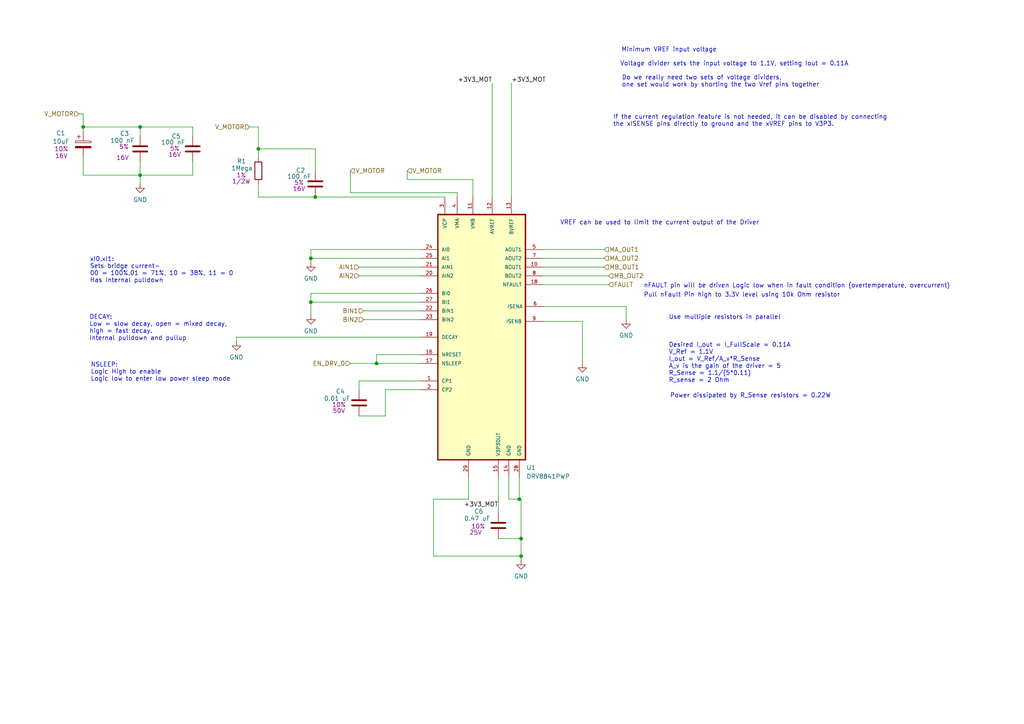
<source format=kicad_sch>
(kicad_sch (version 20230121) (generator eeschema)

  (uuid 86ca7663-3404-41a1-91fb-bebe224da27d)

  (paper "A4")

  (title_block
    (company "Yuri GmbH")
  )

  (lib_symbols
    (symbol "Device:C" (pin_numbers hide) (pin_names (offset 0.254)) (in_bom yes) (on_board yes)
      (property "Reference" "C" (at 0.635 2.54 0)
        (effects (font (size 1.27 1.27)) (justify left))
      )
      (property "Value" "C" (at 0.635 -2.54 0)
        (effects (font (size 1.27 1.27)) (justify left))
      )
      (property "Footprint" "" (at 0.9652 -3.81 0)
        (effects (font (size 1.27 1.27)) hide)
      )
      (property "Datasheet" "~" (at 0 0 0)
        (effects (font (size 1.27 1.27)) hide)
      )
      (property "ki_keywords" "cap capacitor" (at 0 0 0)
        (effects (font (size 1.27 1.27)) hide)
      )
      (property "ki_description" "Unpolarized capacitor" (at 0 0 0)
        (effects (font (size 1.27 1.27)) hide)
      )
      (property "ki_fp_filters" "C_*" (at 0 0 0)
        (effects (font (size 1.27 1.27)) hide)
      )
      (symbol "C_0_1"
        (polyline
          (pts
            (xy -2.032 -0.762)
            (xy 2.032 -0.762)
          )
          (stroke (width 0.508) (type default))
          (fill (type none))
        )
        (polyline
          (pts
            (xy -2.032 0.762)
            (xy 2.032 0.762)
          )
          (stroke (width 0.508) (type default))
          (fill (type none))
        )
      )
      (symbol "C_1_1"
        (pin passive line (at 0 3.81 270) (length 2.794)
          (name "~" (effects (font (size 1.27 1.27))))
          (number "1" (effects (font (size 1.27 1.27))))
        )
        (pin passive line (at 0 -3.81 90) (length 2.794)
          (name "~" (effects (font (size 1.27 1.27))))
          (number "2" (effects (font (size 1.27 1.27))))
        )
      )
    )
    (symbol "Device:C_Polarized" (pin_numbers hide) (pin_names (offset 0.254)) (in_bom yes) (on_board yes)
      (property "Reference" "C" (at 0.635 2.54 0)
        (effects (font (size 1.27 1.27)) (justify left))
      )
      (property "Value" "C_Polarized" (at 0.635 -2.54 0)
        (effects (font (size 1.27 1.27)) (justify left))
      )
      (property "Footprint" "" (at 0.9652 -3.81 0)
        (effects (font (size 1.27 1.27)) hide)
      )
      (property "Datasheet" "~" (at 0 0 0)
        (effects (font (size 1.27 1.27)) hide)
      )
      (property "ki_keywords" "cap capacitor" (at 0 0 0)
        (effects (font (size 1.27 1.27)) hide)
      )
      (property "ki_description" "Polarized capacitor" (at 0 0 0)
        (effects (font (size 1.27 1.27)) hide)
      )
      (property "ki_fp_filters" "CP_*" (at 0 0 0)
        (effects (font (size 1.27 1.27)) hide)
      )
      (symbol "C_Polarized_0_1"
        (rectangle (start -2.286 0.508) (end 2.286 1.016)
          (stroke (width 0) (type default))
          (fill (type none))
        )
        (polyline
          (pts
            (xy -1.778 2.286)
            (xy -0.762 2.286)
          )
          (stroke (width 0) (type default))
          (fill (type none))
        )
        (polyline
          (pts
            (xy -1.27 2.794)
            (xy -1.27 1.778)
          )
          (stroke (width 0) (type default))
          (fill (type none))
        )
        (rectangle (start 2.286 -0.508) (end -2.286 -1.016)
          (stroke (width 0) (type default))
          (fill (type outline))
        )
      )
      (symbol "C_Polarized_1_1"
        (pin passive line (at 0 3.81 270) (length 2.794)
          (name "~" (effects (font (size 1.27 1.27))))
          (number "1" (effects (font (size 1.27 1.27))))
        )
        (pin passive line (at 0 -3.81 90) (length 2.794)
          (name "~" (effects (font (size 1.27 1.27))))
          (number "2" (effects (font (size 1.27 1.27))))
        )
      )
    )
    (symbol "Device:R" (pin_numbers hide) (pin_names (offset 0)) (in_bom yes) (on_board yes)
      (property "Reference" "R" (at 2.032 0 90)
        (effects (font (size 1.27 1.27)))
      )
      (property "Value" "R" (at 0 0 90)
        (effects (font (size 1.27 1.27)))
      )
      (property "Footprint" "" (at -1.778 0 90)
        (effects (font (size 1.27 1.27)) hide)
      )
      (property "Datasheet" "~" (at 0 0 0)
        (effects (font (size 1.27 1.27)) hide)
      )
      (property "ki_keywords" "R res resistor" (at 0 0 0)
        (effects (font (size 1.27 1.27)) hide)
      )
      (property "ki_description" "Resistor" (at 0 0 0)
        (effects (font (size 1.27 1.27)) hide)
      )
      (property "ki_fp_filters" "R_*" (at 0 0 0)
        (effects (font (size 1.27 1.27)) hide)
      )
      (symbol "R_0_1"
        (rectangle (start -1.016 -2.54) (end 1.016 2.54)
          (stroke (width 0.254) (type default))
          (fill (type none))
        )
      )
      (symbol "R_1_1"
        (pin passive line (at 0 3.81 270) (length 1.27)
          (name "~" (effects (font (size 1.27 1.27))))
          (number "1" (effects (font (size 1.27 1.27))))
        )
        (pin passive line (at 0 -3.81 90) (length 1.27)
          (name "~" (effects (font (size 1.27 1.27))))
          (number "2" (effects (font (size 1.27 1.27))))
        )
      )
    )
    (symbol "Yuri:DRV8841PWP" (pin_names (offset 1.016)) (in_bom yes) (on_board yes)
      (property "Reference" "U1" (at 12.9414 -37.846 0)
        (effects (font (size 1.27 1.27)) (justify left))
      )
      (property "Value" "DRV8841PWP" (at 12.9414 -40.386 0)
        (effects (font (size 1.27 1.27)) (justify left))
      )
      (property "Footprint" "Yuri:DRV8841PWP" (at 0 0 0)
        (effects (font (size 1.27 1.27)) (justify bottom) hide)
      )
      (property "Datasheet" "" (at 0 0 0)
        (effects (font (size 1.27 1.27)) hide)
      )
      (symbol "DRV8841PWP_0_0"
        (rectangle (start -12.7 -35.56) (end 12.7 35.56)
          (stroke (width 0.41) (type default))
          (fill (type background))
        )
        (pin bidirectional line (at -17.78 -12.7 0) (length 5.08)
          (name "CP1" (effects (font (size 1.016 1.016))))
          (number "1" (effects (font (size 1.016 1.016))))
        )
        (pin output line (at 17.78 20.32 180) (length 5.08)
          (name "BOUT1" (effects (font (size 1.016 1.016))))
          (number "10" (effects (font (size 1.016 1.016))))
        )
        (pin power_in line (at -2.54 40.64 270) (length 5.08)
          (name "VMB" (effects (font (size 1.016 1.016))))
          (number "11" (effects (font (size 1.016 1.016))))
        )
        (pin input line (at 3.048 40.64 270) (length 5.08)
          (name "AVREF" (effects (font (size 1.016 1.016))))
          (number "12" (effects (font (size 1.016 1.016))))
        )
        (pin input line (at 8.636 40.64 270) (length 5.08)
          (name "BVREF" (effects (font (size 1.016 1.016))))
          (number "13" (effects (font (size 1.016 1.016))))
        )
        (pin output line (at 4.826 -40.64 90) (length 5.08)
          (name "V3P3OUT" (effects (font (size 1.016 1.016))))
          (number "15" (effects (font (size 1.016 1.016))))
        )
        (pin input line (at -17.78 -5.08 0) (length 5.08)
          (name "NRESET" (effects (font (size 1.016 1.016))))
          (number "16" (effects (font (size 1.016 1.016))))
        )
        (pin input line (at -17.78 -7.62 0) (length 5.08)
          (name "NSLEEP" (effects (font (size 1.016 1.016))))
          (number "17" (effects (font (size 1.016 1.016))))
        )
        (pin output line (at 17.78 15.24 180) (length 5.08)
          (name "NFAULT" (effects (font (size 1.016 1.016))))
          (number "18" (effects (font (size 1.016 1.016))))
        )
        (pin input line (at -17.78 0 0) (length 5.08)
          (name "DECAY" (effects (font (size 1.016 1.016))))
          (number "19" (effects (font (size 1.016 1.016))))
        )
        (pin bidirectional line (at -17.78 -15.24 0) (length 5.08)
          (name "CP2" (effects (font (size 1.016 1.016))))
          (number "2" (effects (font (size 1.016 1.016))))
        )
        (pin input line (at -17.78 17.78 0) (length 5.08)
          (name "AIN2" (effects (font (size 1.016 1.016))))
          (number "20" (effects (font (size 1.016 1.016))))
        )
        (pin input line (at -17.78 20.32 0) (length 5.08)
          (name "AIN1" (effects (font (size 1.016 1.016))))
          (number "21" (effects (font (size 1.016 1.016))))
        )
        (pin input line (at -17.78 7.62 0) (length 5.08)
          (name "BIN1" (effects (font (size 1.016 1.016))))
          (number "22" (effects (font (size 1.016 1.016))))
        )
        (pin input line (at -17.78 5.08 0) (length 5.08)
          (name "BIN2" (effects (font (size 1.016 1.016))))
          (number "23" (effects (font (size 1.016 1.016))))
        )
        (pin input line (at -17.78 25.4 0) (length 5.08)
          (name "AI0" (effects (font (size 1.016 1.016))))
          (number "24" (effects (font (size 1.016 1.016))))
        )
        (pin input line (at -17.78 22.86 0) (length 5.08)
          (name "AI1" (effects (font (size 1.016 1.016))))
          (number "25" (effects (font (size 1.016 1.016))))
        )
        (pin input line (at -17.78 12.7 0) (length 5.08)
          (name "BI0" (effects (font (size 1.016 1.016))))
          (number "26" (effects (font (size 1.016 1.016))))
        )
        (pin input line (at -17.78 10.16 0) (length 5.08)
          (name "BI1" (effects (font (size 1.016 1.016))))
          (number "27" (effects (font (size 1.016 1.016))))
        )
        (pin bidirectional line (at -10.668 40.64 270) (length 5.08)
          (name "VCP" (effects (font (size 1.016 1.016))))
          (number "3" (effects (font (size 1.016 1.016))))
        )
        (pin power_in line (at -7.112 40.64 270) (length 5.08)
          (name "VMA" (effects (font (size 1.016 1.016))))
          (number "4" (effects (font (size 1.016 1.016))))
        )
        (pin output line (at 17.78 25.4 180) (length 5.08)
          (name "AOUT1" (effects (font (size 1.016 1.016))))
          (number "5" (effects (font (size 1.016 1.016))))
        )
        (pin bidirectional line (at 18.034 8.89 180) (length 5.08)
          (name "ISENA" (effects (font (size 1.016 1.016))))
          (number "6" (effects (font (size 1.016 1.016))))
        )
        (pin output line (at 17.78 22.86 180) (length 5.08)
          (name "AOUT2" (effects (font (size 1.016 1.016))))
          (number "7" (effects (font (size 1.016 1.016))))
        )
        (pin output line (at 17.78 17.78 180) (length 5.08)
          (name "BOUT2" (effects (font (size 1.016 1.016))))
          (number "8" (effects (font (size 1.016 1.016))))
        )
        (pin input line (at 17.78 4.572 180) (length 5.08)
          (name "ISENB" (effects (font (size 1.016 1.016))))
          (number "9" (effects (font (size 1.016 1.016))))
        )
      )
      (symbol "DRV8841PWP_1_0"
        (pin passive line (at 7.874 -40.64 90) (length 5.08)
          (name "GND" (effects (font (size 1.016 1.016))))
          (number "14" (effects (font (size 1.016 1.016))))
        )
        (pin passive line (at 10.922 -40.64 90) (length 5.08)
          (name "GND" (effects (font (size 1.016 1.016))))
          (number "28" (effects (font (size 1.016 1.016))))
        )
        (pin passive line (at -3.81 -40.64 90) (length 5.08)
          (name "GND" (effects (font (size 1.016 1.016))))
          (number "29" (effects (font (size 1.016 1.016))))
        )
      )
    )
    (symbol "power:GND" (power) (pin_names (offset 0)) (in_bom yes) (on_board yes)
      (property "Reference" "#PWR" (at 0 -6.35 0)
        (effects (font (size 1.27 1.27)) hide)
      )
      (property "Value" "GND" (at 0 -3.81 0)
        (effects (font (size 1.27 1.27)))
      )
      (property "Footprint" "" (at 0 0 0)
        (effects (font (size 1.27 1.27)) hide)
      )
      (property "Datasheet" "" (at 0 0 0)
        (effects (font (size 1.27 1.27)) hide)
      )
      (property "ki_keywords" "global power" (at 0 0 0)
        (effects (font (size 1.27 1.27)) hide)
      )
      (property "ki_description" "Power symbol creates a global label with name \"GND\" , ground" (at 0 0 0)
        (effects (font (size 1.27 1.27)) hide)
      )
      (symbol "GND_0_1"
        (polyline
          (pts
            (xy 0 0)
            (xy 0 -1.27)
            (xy 1.27 -1.27)
            (xy 0 -2.54)
            (xy -1.27 -1.27)
            (xy 0 -1.27)
          )
          (stroke (width 0) (type default))
          (fill (type none))
        )
      )
      (symbol "GND_1_1"
        (pin power_in line (at 0 0 270) (length 0) hide
          (name "GND" (effects (font (size 1.27 1.27))))
          (number "1" (effects (font (size 1.27 1.27))))
        )
      )
    )
  )

  (junction (at 24.13 36.83) (diameter 0) (color 0 0 0 0)
    (uuid 133d5ab2-4372-4d42-90ed-6b6a1d4478d8)
  )
  (junction (at 90.17 87.63) (diameter 0) (color 0 0 0 0)
    (uuid 1ba3062f-a596-450a-a587-38dc7a8fb5b4)
  )
  (junction (at 40.64 50.8) (diameter 0) (color 0 0 0 0)
    (uuid 3724be80-f0fe-4c6e-b5ec-06b93d3c229d)
  )
  (junction (at 151.13 156.21) (diameter 0) (color 0 0 0 0)
    (uuid 3fb7178e-76d8-4e77-a2c8-d6ebb256c1ef)
  )
  (junction (at 90.17 74.93) (diameter 0) (color 0 0 0 0)
    (uuid 86e85fb0-7c96-40f1-a641-8838037678c1)
  )
  (junction (at 40.64 36.83) (diameter 0) (color 0 0 0 0)
    (uuid 94274f98-cecb-4c8a-8f05-599526efcc47)
  )
  (junction (at 109.22 105.41) (diameter 0) (color 0 0 0 0)
    (uuid 9691cf1a-6ad5-452d-ac2b-12286cb57d91)
  )
  (junction (at 150.622 144.78) (diameter 0) (color 0 0 0 0)
    (uuid 9d4dc445-1b57-4339-ace5-8d221188e07c)
  )
  (junction (at 74.93 43.18) (diameter 0) (color 0 0 0 0)
    (uuid a6c1b775-a808-450c-a1fe-0bf24b6c622a)
  )
  (junction (at 91.44 57.15) (diameter 0) (color 0 0 0 0)
    (uuid bdc0fc5b-16c5-4963-a824-64c0b32ae087)
  )
  (junction (at 151.13 161.29) (diameter 0) (color 0 0 0 0)
    (uuid d1fe242c-3141-40de-a37c-084229421f15)
  )

  (wire (pts (xy 104.14 80.01) (xy 121.92 80.01))
    (stroke (width 0) (type default))
    (uuid 018bf2b5-a3c7-49b3-8914-19353b78a5a7)
  )
  (wire (pts (xy 144.526 138.43) (xy 144.526 148.59))
    (stroke (width 0) (type default))
    (uuid 0ab85a58-5cef-42ff-b6b2-d332063b11b7)
  )
  (wire (pts (xy 72.39 36.83) (xy 74.93 36.83))
    (stroke (width 0) (type default))
    (uuid 0b0da7d1-fb7a-47ed-9406-a6a514cb85e8)
  )
  (wire (pts (xy 68.58 97.79) (xy 68.58 99.06))
    (stroke (width 0) (type default))
    (uuid 0c3bec8d-e754-4ed1-818b-9e822372ccc2)
  )
  (wire (pts (xy 104.14 77.47) (xy 121.92 77.47))
    (stroke (width 0) (type default))
    (uuid 0e6efc0c-0acc-45e1-9017-9eadc765ed07)
  )
  (wire (pts (xy 55.88 50.8) (xy 55.88 46.99))
    (stroke (width 0) (type default))
    (uuid 10aaeacb-0427-470e-aa67-fbb402bbe2e2)
  )
  (wire (pts (xy 151.13 144.78) (xy 151.13 156.21))
    (stroke (width 0) (type default))
    (uuid 18405f9c-46a7-495d-baa9-3c6dd8c489d7)
  )
  (wire (pts (xy 135.89 144.78) (xy 125.73 144.78))
    (stroke (width 0) (type default))
    (uuid 18cea65f-958a-4323-aff6-001dcaf4d69b)
  )
  (wire (pts (xy 90.17 91.44) (xy 90.17 87.63))
    (stroke (width 0) (type default))
    (uuid 2341c3ca-7e9f-47f6-9d94-d3defa3ab201)
  )
  (wire (pts (xy 74.93 43.18) (xy 74.93 36.83))
    (stroke (width 0) (type default))
    (uuid 25f57aae-2354-4e6d-998a-cb462f687bf1)
  )
  (wire (pts (xy 111.76 120.65) (xy 104.14 120.65))
    (stroke (width 0) (type default))
    (uuid 266ca302-e5f9-401d-8a92-331584ea0165)
  )
  (wire (pts (xy 147.574 144.78) (xy 150.622 144.78))
    (stroke (width 0) (type default))
    (uuid 2890f19e-077c-4bfe-bcd3-490ae49eece2)
  )
  (wire (pts (xy 132.588 57.15) (xy 132.588 55.88))
    (stroke (width 0) (type default))
    (uuid 297c94ee-7458-4c19-8e54-a4b91c7c0b18)
  )
  (wire (pts (xy 24.13 36.83) (xy 24.13 38.1))
    (stroke (width 0) (type default))
    (uuid 2ac39ccb-5fb2-4d76-84a3-260eede67ac1)
  )
  (wire (pts (xy 105.41 90.17) (xy 121.92 90.17))
    (stroke (width 0) (type default))
    (uuid 2cbce888-8548-4f75-a1b0-c29d0a3970e1)
  )
  (wire (pts (xy 144.526 156.21) (xy 151.13 156.21))
    (stroke (width 0) (type default))
    (uuid 3190ebf7-5ca3-49d9-945c-61bbce6dacdf)
  )
  (wire (pts (xy 104.14 110.49) (xy 121.92 110.49))
    (stroke (width 0) (type default))
    (uuid 392d61ed-94b9-4569-86cd-037ca059e182)
  )
  (wire (pts (xy 91.44 43.18) (xy 74.93 43.18))
    (stroke (width 0) (type default))
    (uuid 3a29e43d-2443-459f-b14f-ceed7a4e4b80)
  )
  (wire (pts (xy 55.88 36.83) (xy 55.88 39.37))
    (stroke (width 0) (type default))
    (uuid 3a75db2d-3cc5-422b-ae3c-215e955ff32f)
  )
  (wire (pts (xy 111.76 113.03) (xy 111.76 120.65))
    (stroke (width 0) (type default))
    (uuid 3ec15603-2e9a-4528-a3a1-a24894fc13de)
  )
  (wire (pts (xy 40.64 50.8) (xy 40.64 53.34))
    (stroke (width 0) (type default))
    (uuid 3ff69c90-3e26-467b-bc84-cd42b0cfebd1)
  )
  (wire (pts (xy 121.92 72.39) (xy 90.17 72.39))
    (stroke (width 0) (type default))
    (uuid 3ff8f85c-8053-4291-976c-e90f48ab33e9)
  )
  (wire (pts (xy 90.17 87.63) (xy 121.92 87.63))
    (stroke (width 0) (type default))
    (uuid 410e6885-9133-4c0d-b5cf-dbd44cd76408)
  )
  (wire (pts (xy 40.64 46.99) (xy 40.64 50.8))
    (stroke (width 0) (type default))
    (uuid 42a35351-43df-44a6-b12f-2c93a34cd642)
  )
  (wire (pts (xy 91.44 57.15) (xy 129.032 57.15))
    (stroke (width 0) (type default))
    (uuid 43840a05-ae76-4dd1-a261-1c58cf4ac418)
  )
  (wire (pts (xy 109.22 102.87) (xy 109.22 105.41))
    (stroke (width 0) (type default))
    (uuid 43d2382a-d2a6-4167-844b-6efda6b9b847)
  )
  (wire (pts (xy 157.48 72.39) (xy 175.26 72.39))
    (stroke (width 0) (type default))
    (uuid 44586deb-395c-4748-ae79-1acf742e9e07)
  )
  (wire (pts (xy 151.13 156.21) (xy 151.13 161.29))
    (stroke (width 0) (type default))
    (uuid 45a9fc5f-a979-47dc-87d4-e2367e59a636)
  )
  (wire (pts (xy 121.92 85.09) (xy 90.17 85.09))
    (stroke (width 0) (type default))
    (uuid 49686707-fc6c-40d2-a4f6-983cc1530179)
  )
  (wire (pts (xy 137.16 52.07) (xy 137.16 57.15))
    (stroke (width 0) (type default))
    (uuid 4f3940af-cf90-4b44-9890-3bc083c4ac24)
  )
  (wire (pts (xy 40.64 50.8) (xy 55.88 50.8))
    (stroke (width 0) (type default))
    (uuid 53a833d9-bc65-45d5-ba7c-785cadc9c528)
  )
  (wire (pts (xy 109.22 105.41) (xy 121.92 105.41))
    (stroke (width 0) (type default))
    (uuid 5469b71d-ff51-4d77-974c-d56ad4782495)
  )
  (wire (pts (xy 22.86 33.02) (xy 24.13 33.02))
    (stroke (width 0) (type default))
    (uuid 54c84f13-f921-4666-bcd3-18f03462d462)
  )
  (wire (pts (xy 104.14 110.49) (xy 104.14 113.03))
    (stroke (width 0) (type default))
    (uuid 5552bd67-aa8e-42f0-a274-324c5a0f336b)
  )
  (wire (pts (xy 118.11 52.07) (xy 137.16 52.07))
    (stroke (width 0) (type default))
    (uuid 56fde2d9-88c7-41a5-ba84-3abcff154340)
  )
  (wire (pts (xy 132.588 55.88) (xy 101.6 55.88))
    (stroke (width 0) (type default))
    (uuid 5762fe06-8f19-46c6-aaa7-ad976b4f622c)
  )
  (wire (pts (xy 24.13 36.83) (xy 40.64 36.83))
    (stroke (width 0) (type default))
    (uuid 57edfe3a-b97b-4c15-9842-0340c8420029)
  )
  (wire (pts (xy 90.17 85.09) (xy 90.17 87.63))
    (stroke (width 0) (type default))
    (uuid 5f24a55a-237f-429a-b666-5c12e12d69d5)
  )
  (wire (pts (xy 142.748 24.13) (xy 142.748 57.15))
    (stroke (width 0) (type default))
    (uuid 605060f2-36db-47de-97c3-32dfcc37893d)
  )
  (wire (pts (xy 24.13 33.02) (xy 24.13 36.83))
    (stroke (width 0) (type default))
    (uuid 69e7b749-e060-4d38-a73c-52112bde7e40)
  )
  (wire (pts (xy 40.64 50.8) (xy 24.13 50.8))
    (stroke (width 0) (type default))
    (uuid 6a7eaaed-bd2e-42d8-b917-bc227de8f86d)
  )
  (wire (pts (xy 150.622 144.78) (xy 151.13 144.78))
    (stroke (width 0) (type default))
    (uuid 6eba30dd-4303-4490-833e-face42249016)
  )
  (wire (pts (xy 150.622 138.43) (xy 150.622 144.78))
    (stroke (width 0) (type default))
    (uuid 6fc02a98-889d-4b8e-b0bc-be8150043846)
  )
  (wire (pts (xy 121.92 113.03) (xy 111.76 113.03))
    (stroke (width 0) (type default))
    (uuid 70ae8e00-8978-45a2-8b33-40ea3583545d)
  )
  (wire (pts (xy 121.92 102.87) (xy 109.22 102.87))
    (stroke (width 0) (type default))
    (uuid 7897046d-5d74-4609-89df-ff84b332ee33)
  )
  (wire (pts (xy 181.61 88.9) (xy 181.61 92.71))
    (stroke (width 0) (type default))
    (uuid 8482cd09-32d5-4dd3-b4e3-308ec54ab3f8)
  )
  (wire (pts (xy 40.64 36.83) (xy 55.88 36.83))
    (stroke (width 0) (type default))
    (uuid 91ada8f2-80b9-48a2-ad12-b8ab99f9afe1)
  )
  (wire (pts (xy 118.11 49.53) (xy 118.11 52.07))
    (stroke (width 0) (type default))
    (uuid 934764e5-d248-459f-afa7-d476527be3d2)
  )
  (wire (pts (xy 121.92 74.93) (xy 90.17 74.93))
    (stroke (width 0) (type default))
    (uuid 9a637f84-aa84-4b60-86fa-b08c86ebf639)
  )
  (wire (pts (xy 135.89 138.43) (xy 135.89 144.78))
    (stroke (width 0) (type default))
    (uuid 9f28ebf5-a2e1-465f-ad01-f54bd89a60be)
  )
  (wire (pts (xy 125.73 161.29) (xy 151.13 161.29))
    (stroke (width 0) (type default))
    (uuid a8bf7be9-8784-4ba9-b3c5-f44fc6bd6292)
  )
  (wire (pts (xy 40.64 36.83) (xy 40.64 39.37))
    (stroke (width 0) (type default))
    (uuid aab7c29e-007b-4df8-b1be-2c15b938fe97)
  )
  (wire (pts (xy 90.17 72.39) (xy 90.17 74.93))
    (stroke (width 0) (type default))
    (uuid ab498118-0103-49e0-8e27-784f2fae3da0)
  )
  (wire (pts (xy 157.48 77.47) (xy 175.26 77.47))
    (stroke (width 0) (type default))
    (uuid ac5d1da5-f703-4078-9f60-fac1d8d09f23)
  )
  (wire (pts (xy 157.48 74.93) (xy 175.26 74.93))
    (stroke (width 0) (type default))
    (uuid b81358ef-9bd2-4ffe-bcf3-18d6f4fa92b3)
  )
  (wire (pts (xy 168.91 93.218) (xy 168.91 105.41))
    (stroke (width 0) (type default))
    (uuid bac6fa2d-6700-48ca-ad05-dde682946e41)
  )
  (wire (pts (xy 157.734 88.9) (xy 181.61 88.9))
    (stroke (width 0) (type default))
    (uuid bc8a28b5-5911-49d8-81fc-0eca95ff6e39)
  )
  (wire (pts (xy 121.92 97.79) (xy 68.58 97.79))
    (stroke (width 0) (type default))
    (uuid be9780b7-d0aa-4526-a7df-654b84cc6747)
  )
  (wire (pts (xy 148.336 24.13) (xy 148.336 57.15))
    (stroke (width 0) (type default))
    (uuid cbac2d3a-84af-43a8-8288-a649832416a7)
  )
  (wire (pts (xy 147.574 138.43) (xy 147.574 144.78))
    (stroke (width 0) (type default))
    (uuid cde7f915-8a2c-44e9-8517-e0baebd36528)
  )
  (wire (pts (xy 91.44 49.53) (xy 91.44 43.18))
    (stroke (width 0) (type default))
    (uuid d0285d82-0402-4349-bc19-b281207eab61)
  )
  (wire (pts (xy 151.13 161.29) (xy 151.13 162.56))
    (stroke (width 0) (type default))
    (uuid d2b5efad-547f-4c19-ab56-5eaef9156e16)
  )
  (wire (pts (xy 157.48 82.55) (xy 176.53 82.55))
    (stroke (width 0) (type default))
    (uuid d9afbbf7-5213-4f32-82e0-4e96a8a6e838)
  )
  (wire (pts (xy 157.48 93.218) (xy 168.91 93.218))
    (stroke (width 0) (type default))
    (uuid db50216e-debd-4842-afa5-e1d9201b5f18)
  )
  (wire (pts (xy 74.93 57.15) (xy 74.93 53.34))
    (stroke (width 0) (type default))
    (uuid dbdc6580-88f1-4fc4-8cf4-0c48c40e1232)
  )
  (wire (pts (xy 157.48 80.01) (xy 176.53 80.01))
    (stroke (width 0) (type default))
    (uuid e087a52e-0cd7-4d73-b3df-a44bc0deafd9)
  )
  (wire (pts (xy 90.17 74.93) (xy 90.17 76.2))
    (stroke (width 0) (type default))
    (uuid e556f4cb-5222-45b4-af1b-e0c1a899d720)
  )
  (wire (pts (xy 91.44 57.15) (xy 74.93 57.15))
    (stroke (width 0) (type default))
    (uuid e58c6530-30bd-42d9-a037-b0b1ff930e95)
  )
  (wire (pts (xy 101.6 49.53) (xy 101.6 55.88))
    (stroke (width 0) (type default))
    (uuid e9e73242-d335-41e2-b538-d84853a34824)
  )
  (wire (pts (xy 74.93 43.18) (xy 74.93 45.72))
    (stroke (width 0) (type default))
    (uuid edcd1b24-453b-461b-bbaa-4b885c1d6841)
  )
  (wire (pts (xy 101.6 105.41) (xy 109.22 105.41))
    (stroke (width 0) (type default))
    (uuid f4f3556c-841f-43fb-ad17-e5ece82b93d0)
  )
  (wire (pts (xy 24.13 45.72) (xy 24.13 50.8))
    (stroke (width 0) (type default))
    (uuid f64518a6-47b1-4621-bbe7-a31953c01940)
  )
  (wire (pts (xy 125.73 144.78) (xy 125.73 161.29))
    (stroke (width 0) (type default))
    (uuid fa2b7681-d028-479d-8b4a-40c0e1a86cd0)
  )
  (wire (pts (xy 105.41 92.71) (xy 121.92 92.71))
    (stroke (width 0) (type default))
    (uuid fd732d9a-392d-4fd8-bc5c-387a0ddfb7c3)
  )

  (text "Do we really need two sets of voltage dividers, \none set would work by shorting the two Vref pins together"
    (at 180.34 25.4 0)
    (effects (font (size 1.27 1.27)) (justify left bottom))
    (uuid 09842658-bf7b-47ab-8416-0d5f4019d446)
  )
  (text "xI0,xI1:\nSets bridge current-\n00 = 100%,01 = 71%, 10 = 38%, 11 = 0\nHas Internal pulldown"
    (at 26.035 82.169 0)
    (effects (font (size 1.27 1.27)) (justify left bottom))
    (uuid 2b1f848b-f239-4f17-a8b0-ade53df1f39e)
  )
  (text "Power dissipated by R_Sense resistors = 0.22W" (at 194.31 115.57 0)
    (effects (font (size 1.27 1.27)) (justify left bottom))
    (uuid 4f5f7cc1-f768-4f78-85ab-c1ef7103e38b)
  )
  (text "Desired I_out = I_FullScale = 0.11A\nV_Ref = 1.1V\nI_out = V_Ref/A_v*R_Sense\nA_v is the gain of the driver = 5\nR_Sense = 1.1/(5*0.11)\nR_sense = 2 Ohm"
    (at 193.929 111.125 0)
    (effects (font (size 1.27 1.27)) (justify left bottom))
    (uuid 558dc116-6d8a-4089-ab22-be614c640f3d)
  )
  (text "If the current regulation feature is not needed, it can be disabled by connecting\nthe xISENSE pins directly to ground and the xVREF pins to V3P3."
    (at 177.8 36.83 0)
    (effects (font (size 1.27 1.27)) (justify left bottom))
    (uuid 87d45f0c-e8c5-4ae4-9c18-815a1f152bff)
  )
  (text "NSLEEP:\nLogic High to enable\nLogic low to enter low power sleep mode\n"
    (at 26.289 110.744 0)
    (effects (font (size 1.27 1.27)) (justify left bottom))
    (uuid 884452cd-126d-4389-b668-29637d650d71)
  )
  (text "Voltage divider sets the input voltage to 1.1V, setting Iout = 0.11A"
    (at 179.832 19.304 0)
    (effects (font (size 1.27 1.27)) (justify left bottom))
    (uuid 952baf65-4289-4474-b970-169b8aaf19ab)
  )
  (text "Use multiple resistors in parallel" (at 193.929 92.837 0)
    (effects (font (size 1.27 1.27)) (justify left bottom))
    (uuid 9fe36dc5-739a-4070-b781-66503fc8bc77)
  )
  (text "DECAY:\nLow = slow decay, open = mixed decay,\nhigh = fast decay.\nInternal pulldown and pullup"
    (at 25.908 98.933 0)
    (effects (font (size 1.27 1.27)) (justify left bottom))
    (uuid b5243d18-4814-47a3-b436-ea8e400e5d1c)
  )
  (text "VREF can be used to limit the current output of the Driver"
    (at 162.433 65.405 0)
    (effects (font (size 1.27 1.27)) (justify left bottom))
    (uuid bf793765-83cf-441b-89bb-82980cfae414)
  )
  (text "nFAULT pin will be driven Logic low when in fault condition (overtemperature, overcurrent)"
    (at 186.69 83.693 0)
    (effects (font (size 1.27 1.27)) (justify left bottom))
    (uuid c5b0bc73-874a-4baa-9d30-85eaad38769d)
  )
  (text "Minimum VREF input voltage" (at 180.213 15.24 0)
    (effects (font (size 1.27 1.27)) (justify left bottom))
    (uuid c89789bf-156c-41e0-830c-7e14902f5cd4)
  )
  (text "Pull nFault Pin high to 3.3V level using 10k Ohm resistor"
    (at 186.69 86.36 0)
    (effects (font (size 1.27 1.27)) (justify left bottom))
    (uuid e0ec14dd-4ee7-4f6e-bc1a-794223d6d9ae)
  )

  (label "+3V3_MOT" (at 148.336 24.13 0) (fields_autoplaced)
    (effects (font (size 1.27 1.27)) (justify left bottom))
    (uuid 44d4b762-291c-4679-96a3-fe8233c72e29)
  )
  (label "+3V3_MOT" (at 144.526 147.32 180) (fields_autoplaced)
    (effects (font (size 1.27 1.27)) (justify right bottom))
    (uuid 5396e80a-5f9e-408b-9951-1994d0e51588)
  )
  (label "+3V3_MOT" (at 142.748 24.13 180) (fields_autoplaced)
    (effects (font (size 1.27 1.27)) (justify right bottom))
    (uuid e49da918-2930-43f6-b74a-57f04d96976b)
  )

  (hierarchical_label "BIN1" (shape input) (at 105.41 90.17 180) (fields_autoplaced)
    (effects (font (size 1.27 1.27)) (justify right))
    (uuid 1910862e-c68b-47b3-b3c5-bcb1ce4dc993)
  )
  (hierarchical_label "FAULT" (shape input) (at 176.53 82.55 0) (fields_autoplaced)
    (effects (font (size 1.27 1.27)) (justify left))
    (uuid 1beb24b3-3a41-4402-b2bc-cdda0828e62b)
  )
  (hierarchical_label "BIN2" (shape input) (at 105.41 92.71 180) (fields_autoplaced)
    (effects (font (size 1.27 1.27)) (justify right))
    (uuid 2d2f19ce-f1a8-41c8-9eeb-c117a8286079)
  )
  (hierarchical_label "AIN2" (shape input) (at 104.14 80.01 180) (fields_autoplaced)
    (effects (font (size 1.27 1.27)) (justify right))
    (uuid 4e7a78e7-529c-4d8f-867c-655cf6c1db15)
  )
  (hierarchical_label "MA_OUT2" (shape input) (at 175.26 74.93 0) (fields_autoplaced)
    (effects (font (size 1.27 1.27)) (justify left))
    (uuid 5238517b-3804-4c60-ab95-5eebf0498ecd)
  )
  (hierarchical_label "MB_OUT2" (shape input) (at 176.53 80.01 0) (fields_autoplaced)
    (effects (font (size 1.27 1.27)) (justify left))
    (uuid 65d1be82-84e4-4a1d-8dbf-90a234a3831f)
  )
  (hierarchical_label "V_MOTOR" (shape input) (at 101.6 49.53 0) (fields_autoplaced)
    (effects (font (size 1.27 1.27)) (justify left))
    (uuid 6edc40ee-0d33-4a74-9798-22c47e74c6a5)
  )
  (hierarchical_label "V_MOTOR" (shape input) (at 72.39 36.83 180) (fields_autoplaced)
    (effects (font (size 1.27 1.27)) (justify right))
    (uuid 6fb6df70-e2dc-483e-946c-ec88e3e537b8)
  )
  (hierarchical_label "MA_OUT1" (shape input) (at 175.26 72.39 0) (fields_autoplaced)
    (effects (font (size 1.27 1.27)) (justify left))
    (uuid a4345b8f-1a96-4453-a87f-b9eb6bfb6dcb)
  )
  (hierarchical_label "AIN1" (shape input) (at 104.14 77.47 180) (fields_autoplaced)
    (effects (font (size 1.27 1.27)) (justify right))
    (uuid ae0563c5-e2f4-4a31-a230-ed95ac1cc1f9)
  )
  (hierarchical_label "EN_DRV_0" (shape input) (at 101.6 105.41 180) (fields_autoplaced)
    (effects (font (size 1.27 1.27)) (justify right))
    (uuid dc2a1047-d56c-49b9-9f12-edfa05bcbd0a)
  )
  (hierarchical_label "V_MOTOR" (shape input) (at 22.86 33.02 180) (fields_autoplaced)
    (effects (font (size 1.27 1.27)) (justify right))
    (uuid e51d3bb4-9e9d-4006-b25f-65e0203d977f)
  )
  (hierarchical_label "MB_OUT1" (shape input) (at 175.26 77.47 0) (fields_autoplaced)
    (effects (font (size 1.27 1.27)) (justify left))
    (uuid efbd6a0e-bbd7-477f-bf4c-78d28bd0f7ec)
  )
  (hierarchical_label "V_MOTOR" (shape input) (at 118.11 49.53 0) (fields_autoplaced)
    (effects (font (size 1.27 1.27)) (justify left))
    (uuid fe5bf509-5095-4b88-8e48-6d56ccef43d9)
  )

  (symbol (lib_id "power:GND") (at 181.61 92.71 0) (unit 1)
    (in_bom yes) (on_board yes) (dnp no) (fields_autoplaced)
    (uuid 02e62f51-f74b-4081-b87c-8750743f05f8)
    (property "Reference" "#PWR076" (at 181.61 99.06 0)
      (effects (font (size 1.27 1.27)) hide)
    )
    (property "Value" "GND" (at 181.61 97.282 0)
      (effects (font (size 1.27 1.27)))
    )
    (property "Footprint" "" (at 181.61 92.71 0)
      (effects (font (size 1.27 1.27)) hide)
    )
    (property "Datasheet" "" (at 181.61 92.71 0)
      (effects (font (size 1.27 1.27)) hide)
    )
    (pin "1" (uuid cefc8e95-3e09-4eaa-9dd2-14543dadb6f0))
    (instances
      (project "fluidics"
        (path "/5aff9a6f-f35d-45e7-96e9-9f7161704ccd/864a1ae7-a8b0-4412-8b89-8735ce61b4d0/627aafe8-fbf8-4ae5-b24c-3bee70d39d28"
          (reference "#PWR076") (unit 1)
        )
        (path "/5aff9a6f-f35d-45e7-96e9-9f7161704ccd/2250bff5-0f6b-4dcc-bd57-3109c9fe5803/627aafe8-fbf8-4ae5-b24c-3bee70d39d28"
          (reference "#PWR095") (unit 1)
        )
        (path "/5aff9a6f-f35d-45e7-96e9-9f7161704ccd/a1a2f8b4-a322-4f84-ab2f-0ceff4a67e1d/627aafe8-fbf8-4ae5-b24c-3bee70d39d28"
          (reference "#PWR0106") (unit 1)
        )
      )
    )
  )

  (symbol (lib_id "Device:R") (at 74.93 49.53 0) (unit 1)
    (in_bom yes) (on_board yes) (dnp no)
    (uuid 0c51fe9d-11fd-496e-babd-8af264745cbb)
    (property "Reference" "R1" (at 68.707 46.736 0)
      (effects (font (size 1.27 1.27)) (justify left))
    )
    (property "Value" "1Mega" (at 67.056 48.768 0)
      (effects (font (size 1.27 1.27)) (justify left))
    )
    (property "Footprint" "Resistor_SMD:R_0805_2012Metric_Pad1.20x1.40mm_HandSolder" (at 73.152 49.53 90)
      (effects (font (size 1.27 1.27)) hide)
    )
    (property "Datasheet" "https://www.vishay.com/docs/20043/crcwhpe3.pdf" (at 74.93 49.53 0)
      (effects (font (size 1.27 1.27)) hide)
    )
    (property "Supplier part number" "CRCW08051M00FKEAHP" (at 74.93 49.53 0)
      (effects (font (size 1.27 1.27)) hide)
    )
    (property "Power" "1/2W" (at 69.977 52.578 0)
      (effects (font (size 1.27 1.27)))
    )
    (property "Tolerance" "1%" (at 69.977 50.8 0)
      (effects (font (size 1.27 1.27)))
    )
    (property "Supplier" "Digikey" (at 74.93 49.53 0)
      (effects (font (size 1.27 1.27)) hide)
    )
    (pin "1" (uuid 8c791fda-ad86-4bf7-a6c2-aa2af85bd86f))
    (pin "2" (uuid 7bbdc351-d1cf-4a2b-b11f-46ff68d6ea58))
    (instances
      (project "DRV_2MOT_HEATER"
        (path "/2f31d2ad-2d94-43be-9f9e-d1f4a7caf9d9/0d3f36d0-7e21-4a51-bde1-b0eaff76a149"
          (reference "R1") (unit 1)
        )
      )
      (project "fluidics"
        (path "/5aff9a6f-f35d-45e7-96e9-9f7161704ccd/864a1ae7-a8b0-4412-8b89-8735ce61b4d0/627aafe8-fbf8-4ae5-b24c-3bee70d39d28"
          (reference "R14") (unit 1)
        )
        (path "/5aff9a6f-f35d-45e7-96e9-9f7161704ccd/2250bff5-0f6b-4dcc-bd57-3109c9fe5803/627aafe8-fbf8-4ae5-b24c-3bee70d39d28"
          (reference "R17") (unit 1)
        )
        (path "/5aff9a6f-f35d-45e7-96e9-9f7161704ccd/a1a2f8b4-a322-4f84-ab2f-0ceff4a67e1d/627aafe8-fbf8-4ae5-b24c-3bee70d39d28"
          (reference "R20") (unit 1)
        )
      )
    )
  )

  (symbol (lib_id "Device:C") (at 104.14 116.84 180) (unit 1)
    (in_bom yes) (on_board yes) (dnp no)
    (uuid 281768ed-aed2-47fc-9661-0e46d26e188c)
    (property "Reference" "C4" (at 100.076 113.538 0)
      (effects (font (size 1.27 1.27)) (justify left))
    )
    (property "Value" "0.01 uF" (at 101.6 115.57 0)
      (effects (font (size 1.27 1.27)) (justify left))
    )
    (property "Footprint" "Capacitor_SMD:C_0402_1005Metric_Pad0.74x0.62mm_HandSolder" (at 103.1748 113.03 0)
      (effects (font (size 1.27 1.27)) hide)
    )
    (property "Datasheet" "https://www.yageo.com/upload/media/product/app/datasheet/mlcc/upy-gphc_x7r_6_3v-to-250v.pdf" (at 104.14 116.84 0)
      (effects (font (size 1.27 1.27)) hide)
    )
    (property "Voltage Rating" "" (at 97.028 112.776 0)
      (effects (font (size 1.27 1.27)) hide)
    )
    (property "Field5" "" (at 104.14 116.84 0)
      (effects (font (size 1.27 1.27)) hide)
    )
    (property "Supplier part number" "CC0402KRX7R9BB103" (at 104.14 116.84 0)
      (effects (font (size 1.27 1.27)) hide)
    )
    (property "Tolerance" "10%" (at 98.298 117.348 0)
      (effects (font (size 1.27 1.27)))
    )
    (property "Voltage" "50V" (at 98.298 119.126 0)
      (effects (font (size 1.27 1.27)))
    )
    (property "Supplier" "DigiKey" (at 104.14 116.84 0)
      (effects (font (size 1.27 1.27)) hide)
    )
    (pin "1" (uuid 71736c4a-ff45-40f7-8133-d42c99975dbb))
    (pin "2" (uuid 3b31917a-fd24-4f35-a555-f9b16bfed4f8))
    (instances
      (project "DRV_2MOT_HEATER"
        (path "/2f31d2ad-2d94-43be-9f9e-d1f4a7caf9d9/0d3f36d0-7e21-4a51-bde1-b0eaff76a149"
          (reference "C4") (unit 1)
        )
      )
      (project "fluidics"
        (path "/5aff9a6f-f35d-45e7-96e9-9f7161704ccd/864a1ae7-a8b0-4412-8b89-8735ce61b4d0/627aafe8-fbf8-4ae5-b24c-3bee70d39d28"
          (reference "C13") (unit 1)
        )
        (path "/5aff9a6f-f35d-45e7-96e9-9f7161704ccd/2250bff5-0f6b-4dcc-bd57-3109c9fe5803/627aafe8-fbf8-4ae5-b24c-3bee70d39d28"
          (reference "C27") (unit 1)
        )
        (path "/5aff9a6f-f35d-45e7-96e9-9f7161704ccd/a1a2f8b4-a322-4f84-ab2f-0ceff4a67e1d/627aafe8-fbf8-4ae5-b24c-3bee70d39d28"
          (reference "C37") (unit 1)
        )
      )
    )
  )

  (symbol (lib_id "Device:C_Polarized") (at 24.13 41.91 0) (unit 1)
    (in_bom yes) (on_board yes) (dnp no)
    (uuid 37433dec-e3e1-4ce1-be0b-6cc84af6b523)
    (property "Reference" "C1" (at 16.256 38.608 0)
      (effects (font (size 1.27 1.27)) (justify left))
    )
    (property "Value" "10uF" (at 15.24 41.021 0)
      (effects (font (size 1.27 1.27)) (justify left))
    )
    (property "Footprint" "Capacitor_Tantalum_SMD:CP_EIA-2012-12_Kemet-R_Pad1.30x1.05mm_HandSolder" (at 25.0952 45.72 0)
      (effects (font (size 1.27 1.27)) hide)
    )
    (property "Datasheet" "~" (at 24.13 41.91 0)
      (effects (font (size 1.27 1.27)) hide)
    )
    (property "Voltage Rating" "16 V" (at 29.718 44.958 0)
      (effects (font (size 1.27 1.27)) hide)
    )
    (property "Supplier" "Digikey" (at 24.13 41.91 0)
      (effects (font (size 1.27 1.27)) hide)
    )
    (property "Supplier part number" "TCTP1C106M8R" (at 24.13 41.91 0)
      (effects (font (size 1.27 1.27)) hide)
    )
    (property "Tolerance" "10%" (at 17.78 43.18 0)
      (effects (font (size 1.27 1.27)))
    )
    (property "Voltage" "16V" (at 17.78 45.212 0)
      (effects (font (size 1.27 1.27)))
    )
    (pin "1" (uuid b7e58e34-fa40-41ee-91cd-53710742c647))
    (pin "2" (uuid 9e8aecd6-2a56-4c81-a97e-d0719dffcc40))
    (instances
      (project "DRV_2MOT_HEATER"
        (path "/2f31d2ad-2d94-43be-9f9e-d1f4a7caf9d9/0d3f36d0-7e21-4a51-bde1-b0eaff76a149"
          (reference "C1") (unit 1)
        )
      )
      (project "fluidics"
        (path "/5aff9a6f-f35d-45e7-96e9-9f7161704ccd/864a1ae7-a8b0-4412-8b89-8735ce61b4d0/627aafe8-fbf8-4ae5-b24c-3bee70d39d28"
          (reference "C9") (unit 1)
        )
        (path "/5aff9a6f-f35d-45e7-96e9-9f7161704ccd/2250bff5-0f6b-4dcc-bd57-3109c9fe5803/627aafe8-fbf8-4ae5-b24c-3bee70d39d28"
          (reference "C23") (unit 1)
        )
        (path "/5aff9a6f-f35d-45e7-96e9-9f7161704ccd/a1a2f8b4-a322-4f84-ab2f-0ceff4a67e1d/627aafe8-fbf8-4ae5-b24c-3bee70d39d28"
          (reference "C33") (unit 1)
        )
      )
    )
  )

  (symbol (lib_id "Device:C") (at 55.88 43.18 180) (unit 1)
    (in_bom yes) (on_board yes) (dnp no)
    (uuid 4389d6df-4b64-4c29-8411-dce280ee9cb6)
    (property "Reference" "C5" (at 52.451 39.497 0)
      (effects (font (size 1.27 1.27)) (justify left))
    )
    (property "Value" "100 nF" (at 53.721 41.275 0)
      (effects (font (size 1.27 1.27)) (justify left))
    )
    (property "Footprint" "Capacitor_SMD:C_0402_1005Metric_Pad0.74x0.62mm_HandSolder" (at 54.9148 39.37 0)
      (effects (font (size 1.27 1.27)) hide)
    )
    (property "Datasheet" "https://www.yageo.com/upload/media/product/app/datasheet/mlcc/upy-gphc_x7r_6_3v-to-250v.pdf" (at 55.88 43.18 0)
      (effects (font (size 1.27 1.27)) hide)
    )
    (property "Voltage Rating" "15V" (at 51.181 38.989 0)
      (effects (font (size 1.27 1.27)) hide)
    )
    (property "Field5" "" (at 55.88 43.18 0)
      (effects (font (size 1.27 1.27)) hide)
    )
    (property "Supplier part number" "CC0402JRX7R7BB104" (at 55.88 43.18 0)
      (effects (font (size 1.27 1.27)) hide)
    )
    (property "Tolerance" "5%" (at 50.673 43.053 0)
      (effects (font (size 1.27 1.27)))
    )
    (property "Voltage" "16V" (at 50.673 44.831 0)
      (effects (font (size 1.27 1.27)))
    )
    (property "Supplier" "DigiKey" (at 55.88 43.18 0)
      (effects (font (size 1.27 1.27)) hide)
    )
    (pin "1" (uuid 0111a024-8f60-4f75-ae30-9f5d08e2c82d))
    (pin "2" (uuid 00005b9d-15a9-4d80-944c-e9e63f360a75))
    (instances
      (project "DRV_2MOT_HEATER"
        (path "/2f31d2ad-2d94-43be-9f9e-d1f4a7caf9d9/0d3f36d0-7e21-4a51-bde1-b0eaff76a149"
          (reference "C5") (unit 1)
        )
      )
      (project "fluidics"
        (path "/5aff9a6f-f35d-45e7-96e9-9f7161704ccd/864a1ae7-a8b0-4412-8b89-8735ce61b4d0/627aafe8-fbf8-4ae5-b24c-3bee70d39d28"
          (reference "C11") (unit 1)
        )
        (path "/5aff9a6f-f35d-45e7-96e9-9f7161704ccd/2250bff5-0f6b-4dcc-bd57-3109c9fe5803/627aafe8-fbf8-4ae5-b24c-3bee70d39d28"
          (reference "C25") (unit 1)
        )
        (path "/5aff9a6f-f35d-45e7-96e9-9f7161704ccd/a1a2f8b4-a322-4f84-ab2f-0ceff4a67e1d/627aafe8-fbf8-4ae5-b24c-3bee70d39d28"
          (reference "C35") (unit 1)
        )
      )
    )
  )

  (symbol (lib_id "power:GND") (at 168.91 105.41 0) (unit 1)
    (in_bom yes) (on_board yes) (dnp no) (fields_autoplaced)
    (uuid 4b542697-ca49-4ab0-adc7-be95f010d19a)
    (property "Reference" "#PWR010" (at 168.91 111.76 0)
      (effects (font (size 1.27 1.27)) hide)
    )
    (property "Value" "GND" (at 168.91 109.982 0)
      (effects (font (size 1.27 1.27)))
    )
    (property "Footprint" "" (at 168.91 105.41 0)
      (effects (font (size 1.27 1.27)) hide)
    )
    (property "Datasheet" "" (at 168.91 105.41 0)
      (effects (font (size 1.27 1.27)) hide)
    )
    (pin "1" (uuid ef320e57-bda1-46e2-b338-5a41d37ae381))
    (instances
      (project "DRV_2MOT_HEATER"
        (path "/2f31d2ad-2d94-43be-9f9e-d1f4a7caf9d9/0d3f36d0-7e21-4a51-bde1-b0eaff76a149"
          (reference "#PWR010") (unit 1)
        )
      )
      (project "fluidics"
        (path "/5aff9a6f-f35d-45e7-96e9-9f7161704ccd/864a1ae7-a8b0-4412-8b89-8735ce61b4d0/627aafe8-fbf8-4ae5-b24c-3bee70d39d28"
          (reference "#PWR075") (unit 1)
        )
        (path "/5aff9a6f-f35d-45e7-96e9-9f7161704ccd/2250bff5-0f6b-4dcc-bd57-3109c9fe5803/627aafe8-fbf8-4ae5-b24c-3bee70d39d28"
          (reference "#PWR094") (unit 1)
        )
        (path "/5aff9a6f-f35d-45e7-96e9-9f7161704ccd/a1a2f8b4-a322-4f84-ab2f-0ceff4a67e1d/627aafe8-fbf8-4ae5-b24c-3bee70d39d28"
          (reference "#PWR0105") (unit 1)
        )
      )
    )
  )

  (symbol (lib_id "Device:C") (at 144.526 152.4 180) (unit 1)
    (in_bom yes) (on_board yes) (dnp no)
    (uuid 50af0969-3da3-4b69-8df7-0be7379abc41)
    (property "Reference" "C6" (at 140.208 148.336 0)
      (effects (font (size 1.27 1.27)) (justify left))
    )
    (property "Value" "0.47 uF" (at 142.24 150.368 0)
      (effects (font (size 1.27 1.27)) (justify left))
    )
    (property "Footprint" "Capacitor_SMD:C_0402_1005Metric_Pad0.74x0.62mm_HandSolder" (at 143.5608 148.59 0)
      (effects (font (size 1.27 1.27)) hide)
    )
    (property "Datasheet" "https://connect.kemet.com:7667/gateway/IntelliData-ComponentDocumentation/1.0/download/datasheet/C0805C474K3RACTU" (at 144.526 152.4 0)
      (effects (font (size 1.27 1.27)) hide)
    )
    (property "Voltage Rating" "" (at 137.414 148.336 0)
      (effects (font (size 1.27 1.27)) hide)
    )
    (property "Field5" "" (at 144.526 152.4 0)
      (effects (font (size 1.27 1.27)) hide)
    )
    (property "Supplier part number" "CL10B474KA8NFNC" (at 144.526 152.4 0)
      (effects (font (size 1.27 1.27)) hide)
    )
    (property "Tolerance" "10%" (at 138.684 152.654 0)
      (effects (font (size 1.27 1.27)))
    )
    (property "Voltage" "25V " (at 138.43 154.432 0)
      (effects (font (size 1.27 1.27)))
    )
    (property "Supplier" "DigiKey" (at 144.526 152.4 0)
      (effects (font (size 1.27 1.27)) hide)
    )
    (pin "1" (uuid 2347f022-3a22-472f-807d-552678bb3046))
    (pin "2" (uuid 6308f07d-ef24-4535-931a-61ea5bd95075))
    (instances
      (project "DRV_2MOT_HEATER"
        (path "/2f31d2ad-2d94-43be-9f9e-d1f4a7caf9d9/0d3f36d0-7e21-4a51-bde1-b0eaff76a149"
          (reference "C6") (unit 1)
        )
      )
      (project "fluidics"
        (path "/5aff9a6f-f35d-45e7-96e9-9f7161704ccd/864a1ae7-a8b0-4412-8b89-8735ce61b4d0/627aafe8-fbf8-4ae5-b24c-3bee70d39d28"
          (reference "C14") (unit 1)
        )
        (path "/5aff9a6f-f35d-45e7-96e9-9f7161704ccd/2250bff5-0f6b-4dcc-bd57-3109c9fe5803/627aafe8-fbf8-4ae5-b24c-3bee70d39d28"
          (reference "C28") (unit 1)
        )
        (path "/5aff9a6f-f35d-45e7-96e9-9f7161704ccd/a1a2f8b4-a322-4f84-ab2f-0ceff4a67e1d/627aafe8-fbf8-4ae5-b24c-3bee70d39d28"
          (reference "C38") (unit 1)
        )
      )
    )
  )

  (symbol (lib_id "Device:C") (at 91.44 53.34 180) (unit 1)
    (in_bom yes) (on_board yes) (dnp no)
    (uuid 649b7ec0-0e14-483f-8d59-8a88625a9892)
    (property "Reference" "C2" (at 88.519 49.403 0)
      (effects (font (size 1.27 1.27)) (justify left))
    )
    (property "Value" "100 nF" (at 90.297 51.181 0)
      (effects (font (size 1.27 1.27)) (justify left))
    )
    (property "Footprint" "Capacitor_SMD:C_0402_1005Metric_Pad0.74x0.62mm_HandSolder" (at 90.4748 49.53 0)
      (effects (font (size 1.27 1.27)) hide)
    )
    (property "Datasheet" "https://www.yageo.com/upload/media/product/app/datasheet/mlcc/upy-gphc_x7r_6_3v-to-250v.pdf" (at 91.44 53.34 0)
      (effects (font (size 1.27 1.27)) hide)
    )
    (property "Voltage Rating" "16V" (at 95.885 51.435 0)
      (effects (font (size 1.27 1.27)) hide)
    )
    (property "Field5" "" (at 91.44 53.34 0)
      (effects (font (size 1.27 1.27)) hide)
    )
    (property "Supplier part number" "CC0402JRX7R7BB104" (at 91.44 53.34 0)
      (effects (font (size 1.27 1.27)) hide)
    )
    (property "Tolerance" "5%" (at 86.741 52.959 0)
      (effects (font (size 1.27 1.27)))
    )
    (property "Voltage" "16V" (at 86.741 54.737 0)
      (effects (font (size 1.27 1.27)))
    )
    (property "Supplier" "DigiKey" (at 91.44 53.34 0)
      (effects (font (size 1.27 1.27)) hide)
    )
    (pin "1" (uuid 4398cc70-cdbb-4b68-be97-96bd8ce2f918))
    (pin "2" (uuid a0927f5e-c7c7-4ce2-a15b-1345aaf260c0))
    (instances
      (project "DRV_2MOT_HEATER"
        (path "/2f31d2ad-2d94-43be-9f9e-d1f4a7caf9d9/0d3f36d0-7e21-4a51-bde1-b0eaff76a149"
          (reference "C2") (unit 1)
        )
      )
      (project "fluidics"
        (path "/5aff9a6f-f35d-45e7-96e9-9f7161704ccd/864a1ae7-a8b0-4412-8b89-8735ce61b4d0/627aafe8-fbf8-4ae5-b24c-3bee70d39d28"
          (reference "C12") (unit 1)
        )
        (path "/5aff9a6f-f35d-45e7-96e9-9f7161704ccd/2250bff5-0f6b-4dcc-bd57-3109c9fe5803/627aafe8-fbf8-4ae5-b24c-3bee70d39d28"
          (reference "C26") (unit 1)
        )
        (path "/5aff9a6f-f35d-45e7-96e9-9f7161704ccd/a1a2f8b4-a322-4f84-ab2f-0ceff4a67e1d/627aafe8-fbf8-4ae5-b24c-3bee70d39d28"
          (reference "C36") (unit 1)
        )
      )
    )
  )

  (symbol (lib_id "power:GND") (at 68.58 99.06 0) (unit 1)
    (in_bom yes) (on_board yes) (dnp no) (fields_autoplaced)
    (uuid 668a8a59-e3e5-4d24-84cc-d7ab3480d942)
    (property "Reference" "#PWR06" (at 68.58 105.41 0)
      (effects (font (size 1.27 1.27)) hide)
    )
    (property "Value" "GND" (at 68.58 103.632 0)
      (effects (font (size 1.27 1.27)))
    )
    (property "Footprint" "" (at 68.58 99.06 0)
      (effects (font (size 1.27 1.27)) hide)
    )
    (property "Datasheet" "" (at 68.58 99.06 0)
      (effects (font (size 1.27 1.27)) hide)
    )
    (pin "1" (uuid d4fc60e8-1a62-45ec-8a9d-2a9210560cb9))
    (instances
      (project "DRV_2MOT_HEATER"
        (path "/2f31d2ad-2d94-43be-9f9e-d1f4a7caf9d9/0d3f36d0-7e21-4a51-bde1-b0eaff76a149"
          (reference "#PWR06") (unit 1)
        )
      )
      (project "fluidics"
        (path "/5aff9a6f-f35d-45e7-96e9-9f7161704ccd/864a1ae7-a8b0-4412-8b89-8735ce61b4d0/627aafe8-fbf8-4ae5-b24c-3bee70d39d28"
          (reference "#PWR071") (unit 1)
        )
        (path "/5aff9a6f-f35d-45e7-96e9-9f7161704ccd/2250bff5-0f6b-4dcc-bd57-3109c9fe5803/627aafe8-fbf8-4ae5-b24c-3bee70d39d28"
          (reference "#PWR090") (unit 1)
        )
        (path "/5aff9a6f-f35d-45e7-96e9-9f7161704ccd/a1a2f8b4-a322-4f84-ab2f-0ceff4a67e1d/627aafe8-fbf8-4ae5-b24c-3bee70d39d28"
          (reference "#PWR0101") (unit 1)
        )
      )
    )
  )

  (symbol (lib_id "power:GND") (at 40.64 53.34 0) (unit 1)
    (in_bom yes) (on_board yes) (dnp no) (fields_autoplaced)
    (uuid 7066c97a-6938-4bd1-a636-bf3db44df796)
    (property "Reference" "#PWR05" (at 40.64 59.69 0)
      (effects (font (size 1.27 1.27)) hide)
    )
    (property "Value" "GND" (at 40.64 57.912 0)
      (effects (font (size 1.27 1.27)))
    )
    (property "Footprint" "" (at 40.64 53.34 0)
      (effects (font (size 1.27 1.27)) hide)
    )
    (property "Datasheet" "" (at 40.64 53.34 0)
      (effects (font (size 1.27 1.27)) hide)
    )
    (pin "1" (uuid 6d014220-a58f-47db-b564-df793d2e3335))
    (instances
      (project "DRV_2MOT_HEATER"
        (path "/2f31d2ad-2d94-43be-9f9e-d1f4a7caf9d9/0d3f36d0-7e21-4a51-bde1-b0eaff76a149"
          (reference "#PWR05") (unit 1)
        )
      )
      (project "fluidics"
        (path "/5aff9a6f-f35d-45e7-96e9-9f7161704ccd/864a1ae7-a8b0-4412-8b89-8735ce61b4d0/627aafe8-fbf8-4ae5-b24c-3bee70d39d28"
          (reference "#PWR070") (unit 1)
        )
        (path "/5aff9a6f-f35d-45e7-96e9-9f7161704ccd/2250bff5-0f6b-4dcc-bd57-3109c9fe5803/627aafe8-fbf8-4ae5-b24c-3bee70d39d28"
          (reference "#PWR089") (unit 1)
        )
        (path "/5aff9a6f-f35d-45e7-96e9-9f7161704ccd/a1a2f8b4-a322-4f84-ab2f-0ceff4a67e1d/627aafe8-fbf8-4ae5-b24c-3bee70d39d28"
          (reference "#PWR0100") (unit 1)
        )
      )
    )
  )

  (symbol (lib_id "power:GND") (at 90.17 91.44 0) (unit 1)
    (in_bom yes) (on_board yes) (dnp no) (fields_autoplaced)
    (uuid 7dcc8e29-c7be-46cd-bce6-a8b27b16d971)
    (property "Reference" "#PWR07" (at 90.17 97.79 0)
      (effects (font (size 1.27 1.27)) hide)
    )
    (property "Value" "GND" (at 90.17 96.012 0)
      (effects (font (size 1.27 1.27)))
    )
    (property "Footprint" "" (at 90.17 91.44 0)
      (effects (font (size 1.27 1.27)) hide)
    )
    (property "Datasheet" "" (at 90.17 91.44 0)
      (effects (font (size 1.27 1.27)) hide)
    )
    (pin "1" (uuid 78feb037-274a-4947-a014-3c66b590b49c))
    (instances
      (project "DRV_2MOT_HEATER"
        (path "/2f31d2ad-2d94-43be-9f9e-d1f4a7caf9d9/0d3f36d0-7e21-4a51-bde1-b0eaff76a149"
          (reference "#PWR07") (unit 1)
        )
      )
      (project "fluidics"
        (path "/5aff9a6f-f35d-45e7-96e9-9f7161704ccd/864a1ae7-a8b0-4412-8b89-8735ce61b4d0/627aafe8-fbf8-4ae5-b24c-3bee70d39d28"
          (reference "#PWR073") (unit 1)
        )
        (path "/5aff9a6f-f35d-45e7-96e9-9f7161704ccd/2250bff5-0f6b-4dcc-bd57-3109c9fe5803/627aafe8-fbf8-4ae5-b24c-3bee70d39d28"
          (reference "#PWR092") (unit 1)
        )
        (path "/5aff9a6f-f35d-45e7-96e9-9f7161704ccd/a1a2f8b4-a322-4f84-ab2f-0ceff4a67e1d/627aafe8-fbf8-4ae5-b24c-3bee70d39d28"
          (reference "#PWR0103") (unit 1)
        )
      )
    )
  )

  (symbol (lib_id "Yuri:DRV8841PWP") (at 139.7 97.79 0) (unit 1)
    (in_bom yes) (on_board yes) (dnp no) (fields_autoplaced)
    (uuid 81e37554-c6ac-4cd7-91ce-9f3cc97aeef2)
    (property "Reference" "U1" (at 152.6414 135.636 0)
      (effects (font (size 1.27 1.27)) (justify left))
    )
    (property "Value" "DRV8841PWP" (at 152.6414 138.176 0)
      (effects (font (size 1.27 1.27)) (justify left))
    )
    (property "Footprint" "Yuri:PWP0028C_L" (at 139.7 97.79 0)
      (effects (font (size 1.27 1.27)) (justify bottom) hide)
    )
    (property "Datasheet" "https://www.ti.com/general/docs/suppproductinfo.tsp?distId=10&gotoUrl=http%253A%252F%252Fwww.ti.com%252Flit%252Fgpn%252Fdrv8841" (at 139.7 97.79 0)
      (effects (font (size 1.27 1.27)) hide)
    )
    (property "Supplier part number" "DRV8841PWP" (at 139.7 97.79 0)
      (effects (font (size 1.27 1.27)) hide)
    )
    (property "Supplier" "Digikey" (at 139.7 97.79 0)
      (effects (font (size 1.27 1.27)) hide)
    )
    (pin "1" (uuid c50d1bd4-c6cc-4f3e-a949-5abaf992b46b))
    (pin "10" (uuid 2ac94fad-7202-41ae-8890-af11b139b4a0))
    (pin "11" (uuid ffc00afc-d4b5-4829-912a-6817963432de))
    (pin "12" (uuid 9ac01df6-9d9d-4f2f-90b9-09ff23b06928))
    (pin "13" (uuid ce228a52-b5f9-4150-a6ce-0d3dd77d5aa4))
    (pin "15" (uuid 89f08ea2-a344-4b21-8e7e-804a411cbe3c))
    (pin "16" (uuid 9d906f0a-5878-42dd-ab72-525c103a7961))
    (pin "17" (uuid 648d8c2f-bbc7-4d29-8221-0661c0a69a09))
    (pin "18" (uuid 44c06943-11fa-47dd-844e-8db0ef98c58a))
    (pin "19" (uuid b482ea23-4811-46ca-88d0-6498289ee67e))
    (pin "2" (uuid 64adfc63-b36f-4643-9b01-a4e75ad6ec47))
    (pin "20" (uuid de23ef77-7c0c-4ad7-9cee-93f0ee404c65))
    (pin "21" (uuid 5bd314c3-67ad-4bf6-9797-4f94ac180ec2))
    (pin "22" (uuid 06a1203e-7ef3-40de-bd94-96b314efb3ce))
    (pin "23" (uuid 10a6bf51-bc7e-4073-abfc-acea1d98fd9f))
    (pin "24" (uuid 597df64e-5a2a-4e97-a66d-ab4e1e4a44e9))
    (pin "25" (uuid ce3c7958-0933-40c0-ad72-508fd2164291))
    (pin "26" (uuid 1681d0b5-3882-4107-b661-d38b079ca30d))
    (pin "27" (uuid 2f7626d4-3e67-4747-af8b-91c97d8aa9f5))
    (pin "3" (uuid c2aaa441-133f-4681-8ac9-bc5b570fb0ab))
    (pin "4" (uuid d49b7f38-3c6a-46f5-826b-b3a38d0ca70f))
    (pin "5" (uuid 8b3fcd16-36e3-4de1-83dd-0cc1d0e10a47))
    (pin "6" (uuid 19583b07-e7b9-4b2e-84fe-c65a8904f82c))
    (pin "7" (uuid 9624d7fa-5c85-4cd8-9366-7e42f874ce90))
    (pin "8" (uuid 0e20185c-6e9a-4fd5-8616-9a1370c1722d))
    (pin "9" (uuid b920447b-0d28-4bc9-b066-e66bfd21a75f))
    (pin "14" (uuid b714ff88-f357-45f0-a65a-35867d40715a))
    (pin "28" (uuid 46799e2b-becb-457b-babd-05b231ac1331))
    (pin "29" (uuid 890ad565-7dad-4cec-8088-cd6f7db1adcc))
    (instances
      (project "DRV_2MOT_HEATER"
        (path "/2f31d2ad-2d94-43be-9f9e-d1f4a7caf9d9/0d3f36d0-7e21-4a51-bde1-b0eaff76a149"
          (reference "U1") (unit 1)
        )
      )
      (project "fluidics"
        (path "/5aff9a6f-f35d-45e7-96e9-9f7161704ccd/864a1ae7-a8b0-4412-8b89-8735ce61b4d0/627aafe8-fbf8-4ae5-b24c-3bee70d39d28"
          (reference "U4") (unit 1)
        )
        (path "/5aff9a6f-f35d-45e7-96e9-9f7161704ccd/2250bff5-0f6b-4dcc-bd57-3109c9fe5803/627aafe8-fbf8-4ae5-b24c-3bee70d39d28"
          (reference "U9") (unit 1)
        )
        (path "/5aff9a6f-f35d-45e7-96e9-9f7161704ccd/a1a2f8b4-a322-4f84-ab2f-0ceff4a67e1d/627aafe8-fbf8-4ae5-b24c-3bee70d39d28"
          (reference "U12") (unit 1)
        )
      )
    )
  )

  (symbol (lib_id "power:GND") (at 151.13 162.56 0) (unit 1)
    (in_bom yes) (on_board yes) (dnp no) (fields_autoplaced)
    (uuid 9a1786a4-aeb6-44b9-a206-b82870299d75)
    (property "Reference" "#PWR09" (at 151.13 168.91 0)
      (effects (font (size 1.27 1.27)) hide)
    )
    (property "Value" "GND" (at 151.13 167.132 0)
      (effects (font (size 1.27 1.27)))
    )
    (property "Footprint" "" (at 151.13 162.56 0)
      (effects (font (size 1.27 1.27)) hide)
    )
    (property "Datasheet" "" (at 151.13 162.56 0)
      (effects (font (size 1.27 1.27)) hide)
    )
    (pin "1" (uuid 88719978-0110-4d1d-9d79-4c29819e475f))
    (instances
      (project "DRV_2MOT_HEATER"
        (path "/2f31d2ad-2d94-43be-9f9e-d1f4a7caf9d9/0d3f36d0-7e21-4a51-bde1-b0eaff76a149"
          (reference "#PWR09") (unit 1)
        )
      )
      (project "fluidics"
        (path "/5aff9a6f-f35d-45e7-96e9-9f7161704ccd/864a1ae7-a8b0-4412-8b89-8735ce61b4d0/627aafe8-fbf8-4ae5-b24c-3bee70d39d28"
          (reference "#PWR074") (unit 1)
        )
        (path "/5aff9a6f-f35d-45e7-96e9-9f7161704ccd/2250bff5-0f6b-4dcc-bd57-3109c9fe5803/627aafe8-fbf8-4ae5-b24c-3bee70d39d28"
          (reference "#PWR093") (unit 1)
        )
        (path "/5aff9a6f-f35d-45e7-96e9-9f7161704ccd/a1a2f8b4-a322-4f84-ab2f-0ceff4a67e1d/627aafe8-fbf8-4ae5-b24c-3bee70d39d28"
          (reference "#PWR0104") (unit 1)
        )
      )
    )
  )

  (symbol (lib_id "power:GND") (at 90.17 76.2 0) (unit 1)
    (in_bom yes) (on_board yes) (dnp no) (fields_autoplaced)
    (uuid bfcab2c8-fb1a-47d3-9eb4-163996c638b7)
    (property "Reference" "#PWR08" (at 90.17 82.55 0)
      (effects (font (size 1.27 1.27)) hide)
    )
    (property "Value" "GND" (at 90.17 80.772 0)
      (effects (font (size 1.27 1.27)))
    )
    (property "Footprint" "" (at 90.17 76.2 0)
      (effects (font (size 1.27 1.27)) hide)
    )
    (property "Datasheet" "" (at 90.17 76.2 0)
      (effects (font (size 1.27 1.27)) hide)
    )
    (pin "1" (uuid 576cf128-87d2-459f-88b1-d4180f5524bb))
    (instances
      (project "DRV_2MOT_HEATER"
        (path "/2f31d2ad-2d94-43be-9f9e-d1f4a7caf9d9/0d3f36d0-7e21-4a51-bde1-b0eaff76a149"
          (reference "#PWR08") (unit 1)
        )
      )
      (project "fluidics"
        (path "/5aff9a6f-f35d-45e7-96e9-9f7161704ccd/864a1ae7-a8b0-4412-8b89-8735ce61b4d0/627aafe8-fbf8-4ae5-b24c-3bee70d39d28"
          (reference "#PWR072") (unit 1)
        )
        (path "/5aff9a6f-f35d-45e7-96e9-9f7161704ccd/2250bff5-0f6b-4dcc-bd57-3109c9fe5803/627aafe8-fbf8-4ae5-b24c-3bee70d39d28"
          (reference "#PWR091") (unit 1)
        )
        (path "/5aff9a6f-f35d-45e7-96e9-9f7161704ccd/a1a2f8b4-a322-4f84-ab2f-0ceff4a67e1d/627aafe8-fbf8-4ae5-b24c-3bee70d39d28"
          (reference "#PWR0102") (unit 1)
        )
      )
    )
  )

  (symbol (lib_id "Device:C") (at 40.64 43.18 180) (unit 1)
    (in_bom yes) (on_board yes) (dnp no)
    (uuid cd38e26a-b7d4-4b8b-b2d5-a3fe81e78db2)
    (property "Reference" "C3" (at 37.465 38.735 0)
      (effects (font (size 1.27 1.27)) (justify left))
    )
    (property "Value" "100 nF" (at 38.989 40.767 0)
      (effects (font (size 1.27 1.27)) (justify left))
    )
    (property "Footprint" "Capacitor_SMD:C_0402_1005Metric_Pad0.74x0.62mm_HandSolder" (at 39.6748 39.37 0)
      (effects (font (size 1.27 1.27)) hide)
    )
    (property "Datasheet" "https://www.yageo.com/upload/media/product/app/datasheet/mlcc/upy-gphc_x7r_6_3v-to-250v.pdf" (at 40.64 43.18 0)
      (effects (font (size 1.27 1.27)) hide)
    )
    (property "Field5" "" (at 40.64 43.18 0)
      (effects (font (size 1.27 1.27)) hide)
    )
    (property "Supplier part number" "CC0402JRX7R7BB104" (at 40.64 43.18 0)
      (effects (font (size 1.27 1.27)) hide)
    )
    (property "Tolerance" "5%" (at 35.941 42.545 0)
      (effects (font (size 1.27 1.27)))
    )
    (property "Voltage" "16V" (at 35.56 45.72 0)
      (effects (font (size 1.27 1.27)))
    )
    (property "Supplier" "DigiKey" (at 40.64 43.18 0)
      (effects (font (size 1.27 1.27)) hide)
    )
    (pin "1" (uuid e3b50a0c-9a02-48a3-8505-2d0668708202))
    (pin "2" (uuid bd714236-3d85-40b5-b66a-ebad74a102a8))
    (instances
      (project "DRV_2MOT_HEATER"
        (path "/2f31d2ad-2d94-43be-9f9e-d1f4a7caf9d9/0d3f36d0-7e21-4a51-bde1-b0eaff76a149"
          (reference "C3") (unit 1)
        )
      )
      (project "fluidics"
        (path "/5aff9a6f-f35d-45e7-96e9-9f7161704ccd/864a1ae7-a8b0-4412-8b89-8735ce61b4d0/627aafe8-fbf8-4ae5-b24c-3bee70d39d28"
          (reference "C10") (unit 1)
        )
        (path "/5aff9a6f-f35d-45e7-96e9-9f7161704ccd/2250bff5-0f6b-4dcc-bd57-3109c9fe5803/627aafe8-fbf8-4ae5-b24c-3bee70d39d28"
          (reference "C24") (unit 1)
        )
        (path "/5aff9a6f-f35d-45e7-96e9-9f7161704ccd/a1a2f8b4-a322-4f84-ab2f-0ceff4a67e1d/627aafe8-fbf8-4ae5-b24c-3bee70d39d28"
          (reference "C34") (unit 1)
        )
      )
    )
  )
)

</source>
